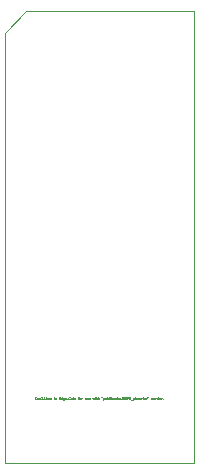
<source format=gbr>
G04 #@! TF.GenerationSoftware,KiCad,Pcbnew,5.1.4-e60b266~84~ubuntu19.04.1*
G04 #@! TF.CreationDate,2019-11-07T13:35:07-05:00*
G04 #@! TF.ProjectId,pcb2molex8878_chamfer,70636232-6d6f-46c6-9578-383837385f63,rev?*
G04 #@! TF.SameCoordinates,Original*
G04 #@! TF.FileFunction,Other,ECO2*
%FSLAX46Y46*%
G04 Gerber Fmt 4.6, Leading zero omitted, Abs format (unit mm)*
G04 Created by KiCad (PCBNEW 5.1.4-e60b266~84~ubuntu19.04.1) date 2019-11-07 13:35:07*
%MOMM*%
%LPD*%
G04 APERTURE LIST*
%ADD10C,0.010000*%
G04 APERTURE END LIST*
D10*
X139218400Y-81887000D02*
X141018400Y-80087000D01*
X139218400Y-118287000D02*
X139218400Y-81887000D01*
X155218400Y-118287000D02*
X139218400Y-118287000D01*
X155218400Y-80087000D02*
X155218400Y-118287000D01*
X141018400Y-80087000D02*
X155218400Y-80087000D01*
X141749352Y-112822714D02*
X141816019Y-112822714D01*
X141844590Y-112927476D02*
X141749352Y-112927476D01*
X141749352Y-112727476D01*
X141844590Y-112727476D01*
X142016019Y-112917952D02*
X141996971Y-112927476D01*
X141958876Y-112927476D01*
X141939828Y-112917952D01*
X141930304Y-112908428D01*
X141920780Y-112889380D01*
X141920780Y-112832238D01*
X141930304Y-112813190D01*
X141939828Y-112803666D01*
X141958876Y-112794142D01*
X141996971Y-112794142D01*
X142016019Y-112803666D01*
X142130304Y-112927476D02*
X142111257Y-112917952D01*
X142101733Y-112908428D01*
X142092209Y-112889380D01*
X142092209Y-112832238D01*
X142101733Y-112813190D01*
X142111257Y-112803666D01*
X142130304Y-112794142D01*
X142158876Y-112794142D01*
X142177923Y-112803666D01*
X142187447Y-112813190D01*
X142196971Y-112832238D01*
X142196971Y-112889380D01*
X142187447Y-112908428D01*
X142177923Y-112917952D01*
X142158876Y-112927476D01*
X142130304Y-112927476D01*
X142273161Y-112746523D02*
X142282685Y-112737000D01*
X142301733Y-112727476D01*
X142349352Y-112727476D01*
X142368400Y-112737000D01*
X142377923Y-112746523D01*
X142387447Y-112765571D01*
X142387447Y-112784619D01*
X142377923Y-112813190D01*
X142263638Y-112927476D01*
X142387447Y-112927476D01*
X142473161Y-112908428D02*
X142482685Y-112917952D01*
X142473161Y-112927476D01*
X142463638Y-112917952D01*
X142473161Y-112908428D01*
X142473161Y-112927476D01*
X142568400Y-112727476D02*
X142568400Y-112889380D01*
X142577923Y-112908428D01*
X142587447Y-112917952D01*
X142606495Y-112927476D01*
X142644590Y-112927476D01*
X142663638Y-112917952D01*
X142673161Y-112908428D01*
X142682685Y-112889380D01*
X142682685Y-112727476D01*
X142768400Y-112917952D02*
X142787447Y-112927476D01*
X142825542Y-112927476D01*
X142844590Y-112917952D01*
X142854114Y-112898904D01*
X142854114Y-112889380D01*
X142844590Y-112870333D01*
X142825542Y-112860809D01*
X142796971Y-112860809D01*
X142777923Y-112851285D01*
X142768400Y-112832238D01*
X142768400Y-112822714D01*
X142777923Y-112803666D01*
X142796971Y-112794142D01*
X142825542Y-112794142D01*
X142844590Y-112803666D01*
X143016019Y-112917952D02*
X142996971Y-112927476D01*
X142958876Y-112927476D01*
X142939828Y-112917952D01*
X142930304Y-112898904D01*
X142930304Y-112822714D01*
X142939828Y-112803666D01*
X142958876Y-112794142D01*
X142996971Y-112794142D01*
X143016019Y-112803666D01*
X143025542Y-112822714D01*
X143025542Y-112841761D01*
X142930304Y-112860809D01*
X143111257Y-112927476D02*
X143111257Y-112794142D01*
X143111257Y-112832238D02*
X143120780Y-112813190D01*
X143130304Y-112803666D01*
X143149352Y-112794142D01*
X143168400Y-112794142D01*
X143387447Y-112927476D02*
X143387447Y-112794142D01*
X143387447Y-112727476D02*
X143377923Y-112737000D01*
X143387447Y-112746523D01*
X143396971Y-112737000D01*
X143387447Y-112727476D01*
X143387447Y-112746523D01*
X143473161Y-112917952D02*
X143492209Y-112927476D01*
X143530304Y-112927476D01*
X143549352Y-112917952D01*
X143558876Y-112898904D01*
X143558876Y-112889380D01*
X143549352Y-112870333D01*
X143530304Y-112860809D01*
X143501733Y-112860809D01*
X143482685Y-112851285D01*
X143473161Y-112832238D01*
X143473161Y-112822714D01*
X143482685Y-112803666D01*
X143501733Y-112794142D01*
X143530304Y-112794142D01*
X143549352Y-112803666D01*
X143796971Y-112822714D02*
X143863638Y-112822714D01*
X143892209Y-112927476D02*
X143796971Y-112927476D01*
X143796971Y-112727476D01*
X143892209Y-112727476D01*
X144063638Y-112927476D02*
X144063638Y-112727476D01*
X144063638Y-112917952D02*
X144044590Y-112927476D01*
X144006495Y-112927476D01*
X143987447Y-112917952D01*
X143977923Y-112908428D01*
X143968400Y-112889380D01*
X143968400Y-112832238D01*
X143977923Y-112813190D01*
X143987447Y-112803666D01*
X144006495Y-112794142D01*
X144044590Y-112794142D01*
X144063638Y-112803666D01*
X144244590Y-112794142D02*
X144244590Y-112956047D01*
X144235066Y-112975095D01*
X144225542Y-112984619D01*
X144206495Y-112994142D01*
X144177923Y-112994142D01*
X144158876Y-112984619D01*
X144244590Y-112917952D02*
X144225542Y-112927476D01*
X144187447Y-112927476D01*
X144168400Y-112917952D01*
X144158876Y-112908428D01*
X144149352Y-112889380D01*
X144149352Y-112832238D01*
X144158876Y-112813190D01*
X144168400Y-112803666D01*
X144187447Y-112794142D01*
X144225542Y-112794142D01*
X144244590Y-112803666D01*
X144416019Y-112917952D02*
X144396971Y-112927476D01*
X144358876Y-112927476D01*
X144339828Y-112917952D01*
X144330304Y-112898904D01*
X144330304Y-112822714D01*
X144339828Y-112803666D01*
X144358876Y-112794142D01*
X144396971Y-112794142D01*
X144416019Y-112803666D01*
X144425542Y-112822714D01*
X144425542Y-112841761D01*
X144330304Y-112860809D01*
X144511257Y-112908428D02*
X144520780Y-112917952D01*
X144511257Y-112927476D01*
X144501733Y-112917952D01*
X144511257Y-112908428D01*
X144511257Y-112927476D01*
X144720780Y-112908428D02*
X144711257Y-112917952D01*
X144682685Y-112927476D01*
X144663638Y-112927476D01*
X144635066Y-112917952D01*
X144616019Y-112898904D01*
X144606495Y-112879857D01*
X144596971Y-112841761D01*
X144596971Y-112813190D01*
X144606495Y-112775095D01*
X144616019Y-112756047D01*
X144635066Y-112737000D01*
X144663638Y-112727476D01*
X144682685Y-112727476D01*
X144711257Y-112737000D01*
X144720780Y-112746523D01*
X144892209Y-112794142D02*
X144892209Y-112927476D01*
X144806495Y-112794142D02*
X144806495Y-112898904D01*
X144816019Y-112917952D01*
X144835066Y-112927476D01*
X144863638Y-112927476D01*
X144882685Y-112917952D01*
X144892209Y-112908428D01*
X144958876Y-112794142D02*
X145035066Y-112794142D01*
X144987447Y-112727476D02*
X144987447Y-112898904D01*
X144996971Y-112917952D01*
X145016019Y-112927476D01*
X145035066Y-112927476D01*
X145092209Y-112917952D02*
X145111257Y-112927476D01*
X145149352Y-112927476D01*
X145168400Y-112917952D01*
X145177923Y-112898904D01*
X145177923Y-112889380D01*
X145168400Y-112870333D01*
X145149352Y-112860809D01*
X145120780Y-112860809D01*
X145101733Y-112851285D01*
X145092209Y-112832238D01*
X145092209Y-112822714D01*
X145101733Y-112803666D01*
X145120780Y-112794142D01*
X145149352Y-112794142D01*
X145168400Y-112803666D01*
X145387447Y-112794142D02*
X145463638Y-112794142D01*
X145416019Y-112927476D02*
X145416019Y-112756047D01*
X145425542Y-112737000D01*
X145444590Y-112727476D01*
X145463638Y-112727476D01*
X145558876Y-112927476D02*
X145539828Y-112917952D01*
X145530304Y-112908428D01*
X145520780Y-112889380D01*
X145520780Y-112832238D01*
X145530304Y-112813190D01*
X145539828Y-112803666D01*
X145558876Y-112794142D01*
X145587447Y-112794142D01*
X145606495Y-112803666D01*
X145616019Y-112813190D01*
X145625542Y-112832238D01*
X145625542Y-112889380D01*
X145616019Y-112908428D01*
X145606495Y-112917952D01*
X145587447Y-112927476D01*
X145558876Y-112927476D01*
X145711257Y-112927476D02*
X145711257Y-112794142D01*
X145711257Y-112832238D02*
X145720780Y-112813190D01*
X145730304Y-112803666D01*
X145749352Y-112794142D01*
X145768400Y-112794142D01*
X146073161Y-112794142D02*
X146073161Y-112927476D01*
X145987447Y-112794142D02*
X145987447Y-112898904D01*
X145996971Y-112917952D01*
X146016019Y-112927476D01*
X146044590Y-112927476D01*
X146063638Y-112917952D01*
X146073161Y-112908428D01*
X146158876Y-112917952D02*
X146177923Y-112927476D01*
X146216019Y-112927476D01*
X146235066Y-112917952D01*
X146244590Y-112898904D01*
X146244590Y-112889380D01*
X146235066Y-112870333D01*
X146216019Y-112860809D01*
X146187447Y-112860809D01*
X146168400Y-112851285D01*
X146158876Y-112832238D01*
X146158876Y-112822714D01*
X146168400Y-112803666D01*
X146187447Y-112794142D01*
X146216019Y-112794142D01*
X146235066Y-112803666D01*
X146406495Y-112917952D02*
X146387447Y-112927476D01*
X146349352Y-112927476D01*
X146330304Y-112917952D01*
X146320780Y-112898904D01*
X146320780Y-112822714D01*
X146330304Y-112803666D01*
X146349352Y-112794142D01*
X146387447Y-112794142D01*
X146406495Y-112803666D01*
X146416019Y-112822714D01*
X146416019Y-112841761D01*
X146320780Y-112860809D01*
X146635066Y-112794142D02*
X146673161Y-112927476D01*
X146711257Y-112832238D01*
X146749352Y-112927476D01*
X146787447Y-112794142D01*
X146863638Y-112927476D02*
X146863638Y-112794142D01*
X146863638Y-112727476D02*
X146854114Y-112737000D01*
X146863638Y-112746523D01*
X146873161Y-112737000D01*
X146863638Y-112727476D01*
X146863638Y-112746523D01*
X146930304Y-112794142D02*
X147006495Y-112794142D01*
X146958876Y-112727476D02*
X146958876Y-112898904D01*
X146968400Y-112917952D01*
X146987447Y-112927476D01*
X147006495Y-112927476D01*
X147073161Y-112927476D02*
X147073161Y-112727476D01*
X147158876Y-112927476D02*
X147158876Y-112822714D01*
X147149352Y-112803666D01*
X147130304Y-112794142D01*
X147101733Y-112794142D01*
X147082685Y-112803666D01*
X147073161Y-112813190D01*
X147396971Y-112727476D02*
X147396971Y-112765571D01*
X147473161Y-112727476D02*
X147473161Y-112765571D01*
X147558876Y-112794142D02*
X147558876Y-112994142D01*
X147558876Y-112803666D02*
X147577923Y-112794142D01*
X147616019Y-112794142D01*
X147635066Y-112803666D01*
X147644590Y-112813190D01*
X147654114Y-112832238D01*
X147654114Y-112889380D01*
X147644590Y-112908428D01*
X147635066Y-112917952D01*
X147616019Y-112927476D01*
X147577923Y-112927476D01*
X147558876Y-112917952D01*
X147825542Y-112917952D02*
X147806495Y-112927476D01*
X147768400Y-112927476D01*
X147749352Y-112917952D01*
X147739828Y-112908428D01*
X147730304Y-112889380D01*
X147730304Y-112832238D01*
X147739828Y-112813190D01*
X147749352Y-112803666D01*
X147768400Y-112794142D01*
X147806495Y-112794142D01*
X147825542Y-112803666D01*
X147911257Y-112927476D02*
X147911257Y-112727476D01*
X147911257Y-112803666D02*
X147930304Y-112794142D01*
X147968400Y-112794142D01*
X147987447Y-112803666D01*
X147996971Y-112813190D01*
X148006495Y-112832238D01*
X148006495Y-112889380D01*
X147996971Y-112908428D01*
X147987447Y-112917952D01*
X147968400Y-112927476D01*
X147930304Y-112927476D01*
X147911257Y-112917952D01*
X148082685Y-112746523D02*
X148092209Y-112737000D01*
X148111257Y-112727476D01*
X148158876Y-112727476D01*
X148177923Y-112737000D01*
X148187447Y-112746523D01*
X148196971Y-112765571D01*
X148196971Y-112784619D01*
X148187447Y-112813190D01*
X148073161Y-112927476D01*
X148196971Y-112927476D01*
X148282685Y-112927476D02*
X148282685Y-112794142D01*
X148282685Y-112813190D02*
X148292209Y-112803666D01*
X148311257Y-112794142D01*
X148339828Y-112794142D01*
X148358876Y-112803666D01*
X148368400Y-112822714D01*
X148368400Y-112927476D01*
X148368400Y-112822714D02*
X148377923Y-112803666D01*
X148396971Y-112794142D01*
X148425542Y-112794142D01*
X148444590Y-112803666D01*
X148454114Y-112822714D01*
X148454114Y-112927476D01*
X148577923Y-112927476D02*
X148558876Y-112917952D01*
X148549352Y-112908428D01*
X148539828Y-112889380D01*
X148539828Y-112832238D01*
X148549352Y-112813190D01*
X148558876Y-112803666D01*
X148577923Y-112794142D01*
X148606495Y-112794142D01*
X148625542Y-112803666D01*
X148635066Y-112813190D01*
X148644590Y-112832238D01*
X148644590Y-112889380D01*
X148635066Y-112908428D01*
X148625542Y-112917952D01*
X148606495Y-112927476D01*
X148577923Y-112927476D01*
X148758876Y-112927476D02*
X148739828Y-112917952D01*
X148730304Y-112898904D01*
X148730304Y-112727476D01*
X148911257Y-112917952D02*
X148892209Y-112927476D01*
X148854114Y-112927476D01*
X148835066Y-112917952D01*
X148825542Y-112898904D01*
X148825542Y-112822714D01*
X148835066Y-112803666D01*
X148854114Y-112794142D01*
X148892209Y-112794142D01*
X148911257Y-112803666D01*
X148920780Y-112822714D01*
X148920780Y-112841761D01*
X148825542Y-112860809D01*
X148987447Y-112927476D02*
X149092209Y-112794142D01*
X148987447Y-112794142D02*
X149092209Y-112927476D01*
X149196971Y-112813190D02*
X149177923Y-112803666D01*
X149168400Y-112794142D01*
X149158876Y-112775095D01*
X149158876Y-112765571D01*
X149168400Y-112746523D01*
X149177923Y-112737000D01*
X149196971Y-112727476D01*
X149235066Y-112727476D01*
X149254114Y-112737000D01*
X149263638Y-112746523D01*
X149273161Y-112765571D01*
X149273161Y-112775095D01*
X149263638Y-112794142D01*
X149254114Y-112803666D01*
X149235066Y-112813190D01*
X149196971Y-112813190D01*
X149177923Y-112822714D01*
X149168400Y-112832238D01*
X149158876Y-112851285D01*
X149158876Y-112889380D01*
X149168400Y-112908428D01*
X149177923Y-112917952D01*
X149196971Y-112927476D01*
X149235066Y-112927476D01*
X149254114Y-112917952D01*
X149263638Y-112908428D01*
X149273161Y-112889380D01*
X149273161Y-112851285D01*
X149263638Y-112832238D01*
X149254114Y-112822714D01*
X149235066Y-112813190D01*
X149387447Y-112813190D02*
X149368400Y-112803666D01*
X149358876Y-112794142D01*
X149349352Y-112775095D01*
X149349352Y-112765571D01*
X149358876Y-112746523D01*
X149368400Y-112737000D01*
X149387447Y-112727476D01*
X149425542Y-112727476D01*
X149444590Y-112737000D01*
X149454114Y-112746523D01*
X149463638Y-112765571D01*
X149463638Y-112775095D01*
X149454114Y-112794142D01*
X149444590Y-112803666D01*
X149425542Y-112813190D01*
X149387447Y-112813190D01*
X149368400Y-112822714D01*
X149358876Y-112832238D01*
X149349352Y-112851285D01*
X149349352Y-112889380D01*
X149358876Y-112908428D01*
X149368400Y-112917952D01*
X149387447Y-112927476D01*
X149425542Y-112927476D01*
X149444590Y-112917952D01*
X149454114Y-112908428D01*
X149463638Y-112889380D01*
X149463638Y-112851285D01*
X149454114Y-112832238D01*
X149444590Y-112822714D01*
X149425542Y-112813190D01*
X149530304Y-112727476D02*
X149663638Y-112727476D01*
X149577923Y-112927476D01*
X149768400Y-112813190D02*
X149749352Y-112803666D01*
X149739828Y-112794142D01*
X149730304Y-112775095D01*
X149730304Y-112765571D01*
X149739828Y-112746523D01*
X149749352Y-112737000D01*
X149768400Y-112727476D01*
X149806495Y-112727476D01*
X149825542Y-112737000D01*
X149835066Y-112746523D01*
X149844590Y-112765571D01*
X149844590Y-112775095D01*
X149835066Y-112794142D01*
X149825542Y-112803666D01*
X149806495Y-112813190D01*
X149768400Y-112813190D01*
X149749352Y-112822714D01*
X149739828Y-112832238D01*
X149730304Y-112851285D01*
X149730304Y-112889380D01*
X149739828Y-112908428D01*
X149749352Y-112917952D01*
X149768400Y-112927476D01*
X149806495Y-112927476D01*
X149825542Y-112917952D01*
X149835066Y-112908428D01*
X149844590Y-112889380D01*
X149844590Y-112851285D01*
X149835066Y-112832238D01*
X149825542Y-112822714D01*
X149806495Y-112813190D01*
X149882685Y-112946523D02*
X150035066Y-112946523D01*
X150168400Y-112917952D02*
X150149352Y-112927476D01*
X150111257Y-112927476D01*
X150092209Y-112917952D01*
X150082685Y-112908428D01*
X150073161Y-112889380D01*
X150073161Y-112832238D01*
X150082685Y-112813190D01*
X150092209Y-112803666D01*
X150111257Y-112794142D01*
X150149352Y-112794142D01*
X150168400Y-112803666D01*
X150254114Y-112927476D02*
X150254114Y-112727476D01*
X150339828Y-112927476D02*
X150339828Y-112822714D01*
X150330304Y-112803666D01*
X150311257Y-112794142D01*
X150282685Y-112794142D01*
X150263638Y-112803666D01*
X150254114Y-112813190D01*
X150520780Y-112927476D02*
X150520780Y-112822714D01*
X150511257Y-112803666D01*
X150492209Y-112794142D01*
X150454114Y-112794142D01*
X150435066Y-112803666D01*
X150520780Y-112917952D02*
X150501733Y-112927476D01*
X150454114Y-112927476D01*
X150435066Y-112917952D01*
X150425542Y-112898904D01*
X150425542Y-112879857D01*
X150435066Y-112860809D01*
X150454114Y-112851285D01*
X150501733Y-112851285D01*
X150520780Y-112841761D01*
X150616019Y-112927476D02*
X150616019Y-112794142D01*
X150616019Y-112813190D02*
X150625542Y-112803666D01*
X150644590Y-112794142D01*
X150673161Y-112794142D01*
X150692209Y-112803666D01*
X150701733Y-112822714D01*
X150701733Y-112927476D01*
X150701733Y-112822714D02*
X150711257Y-112803666D01*
X150730304Y-112794142D01*
X150758876Y-112794142D01*
X150777923Y-112803666D01*
X150787447Y-112822714D01*
X150787447Y-112927476D01*
X150854114Y-112794142D02*
X150930304Y-112794142D01*
X150882685Y-112927476D02*
X150882685Y-112756047D01*
X150892209Y-112737000D01*
X150911257Y-112727476D01*
X150930304Y-112727476D01*
X151073161Y-112917952D02*
X151054114Y-112927476D01*
X151016019Y-112927476D01*
X150996971Y-112917952D01*
X150987447Y-112898904D01*
X150987447Y-112822714D01*
X150996971Y-112803666D01*
X151016019Y-112794142D01*
X151054114Y-112794142D01*
X151073161Y-112803666D01*
X151082685Y-112822714D01*
X151082685Y-112841761D01*
X150987447Y-112860809D01*
X151168400Y-112927476D02*
X151168400Y-112794142D01*
X151168400Y-112832238D02*
X151177923Y-112813190D01*
X151187447Y-112803666D01*
X151206495Y-112794142D01*
X151225542Y-112794142D01*
X151282685Y-112727476D02*
X151282685Y-112765571D01*
X151358876Y-112727476D02*
X151358876Y-112765571D01*
X151682685Y-112917952D02*
X151663638Y-112927476D01*
X151625542Y-112927476D01*
X151606495Y-112917952D01*
X151596971Y-112908428D01*
X151587447Y-112889380D01*
X151587447Y-112832238D01*
X151596971Y-112813190D01*
X151606495Y-112803666D01*
X151625542Y-112794142D01*
X151663638Y-112794142D01*
X151682685Y-112803666D01*
X151854114Y-112927476D02*
X151854114Y-112822714D01*
X151844590Y-112803666D01*
X151825542Y-112794142D01*
X151787447Y-112794142D01*
X151768400Y-112803666D01*
X151854114Y-112917952D02*
X151835066Y-112927476D01*
X151787447Y-112927476D01*
X151768400Y-112917952D01*
X151758876Y-112898904D01*
X151758876Y-112879857D01*
X151768400Y-112860809D01*
X151787447Y-112851285D01*
X151835066Y-112851285D01*
X151854114Y-112841761D01*
X151949352Y-112927476D02*
X151949352Y-112794142D01*
X151949352Y-112832238D02*
X151958876Y-112813190D01*
X151968400Y-112803666D01*
X151987447Y-112794142D01*
X152006495Y-112794142D01*
X152073161Y-112927476D02*
X152073161Y-112794142D01*
X152073161Y-112832238D02*
X152082685Y-112813190D01*
X152092209Y-112803666D01*
X152111257Y-112794142D01*
X152130304Y-112794142D01*
X152196971Y-112927476D02*
X152196971Y-112794142D01*
X152196971Y-112727476D02*
X152187447Y-112737000D01*
X152196971Y-112746523D01*
X152206495Y-112737000D01*
X152196971Y-112727476D01*
X152196971Y-112746523D01*
X152368400Y-112917952D02*
X152349352Y-112927476D01*
X152311257Y-112927476D01*
X152292209Y-112917952D01*
X152282685Y-112898904D01*
X152282685Y-112822714D01*
X152292209Y-112803666D01*
X152311257Y-112794142D01*
X152349352Y-112794142D01*
X152368400Y-112803666D01*
X152377923Y-112822714D01*
X152377923Y-112841761D01*
X152282685Y-112860809D01*
X152463638Y-112927476D02*
X152463638Y-112794142D01*
X152463638Y-112832238D02*
X152473161Y-112813190D01*
X152482685Y-112803666D01*
X152501733Y-112794142D01*
X152520780Y-112794142D01*
X152587447Y-112908428D02*
X152596971Y-112917952D01*
X152587447Y-112927476D01*
X152577923Y-112917952D01*
X152587447Y-112908428D01*
X152587447Y-112927476D01*
M02*

</source>
